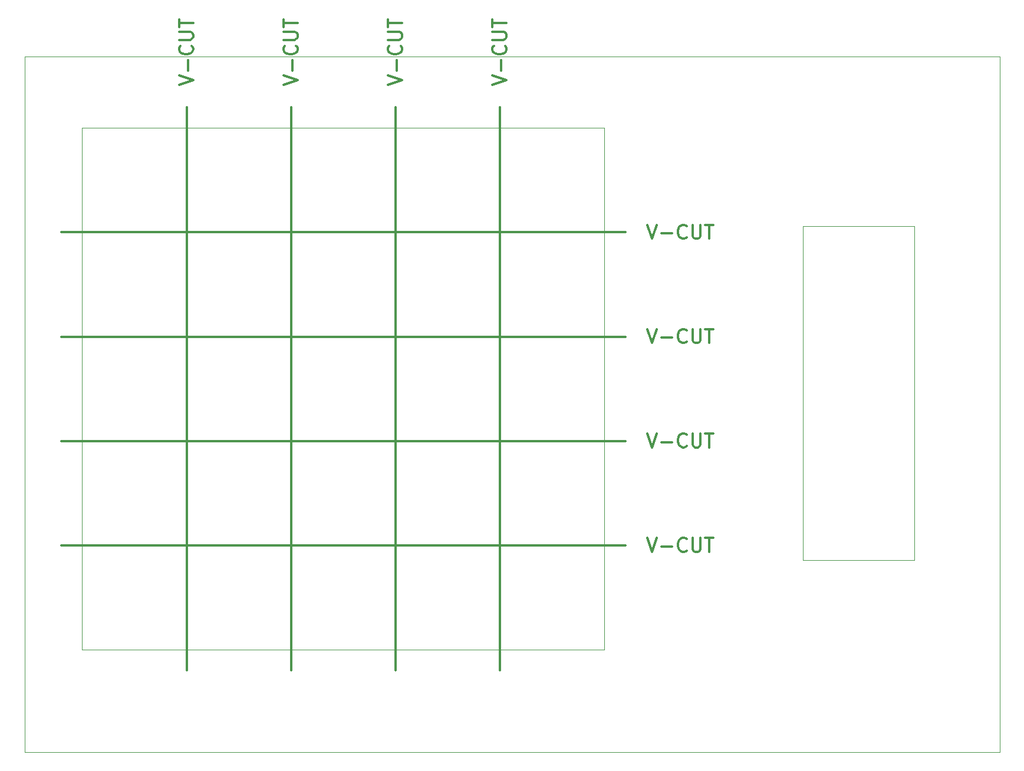
<source format=gbr>
%TF.GenerationSoftware,KiCad,Pcbnew,7.0.1*%
%TF.CreationDate,2025-01-23T23:42:59-05:00*%
%TF.ProjectId,Combined_Stencil2,436f6d62-696e-4656-945f-5374656e6369,rev?*%
%TF.SameCoordinates,Original*%
%TF.FileFunction,Profile,NP*%
%FSLAX46Y46*%
G04 Gerber Fmt 4.6, Leading zero omitted, Abs format (unit mm)*
G04 Created by KiCad (PCBNEW 7.0.1) date 2025-01-23 23:42:59*
%MOMM*%
%LPD*%
G01*
G04 APERTURE LIST*
%TA.AperFunction,Profile*%
%ADD10C,0.100000*%
%TD*%
%ADD11C,0.300000*%
%TA.AperFunction,Profile*%
%ADD12C,0.300000*%
%TD*%
G04 APERTURE END LIST*
D10*
X20000000Y-20000000D02*
X160000000Y-20000000D01*
X160000000Y-120000000D01*
X20000000Y-120000000D01*
X20000000Y-20000000D01*
X131730000Y-92400000D02*
X147730000Y-92400000D01*
X147730000Y-44400000D01*
X131730000Y-44400000D01*
X131730000Y-92400000D01*
D11*
X42175238Y-24059523D02*
X44175238Y-23392857D01*
X44175238Y-23392857D02*
X42175238Y-22726190D01*
X43413333Y-22059523D02*
X43413333Y-20535714D01*
X43984761Y-18440476D02*
X44080000Y-18535714D01*
X44080000Y-18535714D02*
X44175238Y-18821428D01*
X44175238Y-18821428D02*
X44175238Y-19011904D01*
X44175238Y-19011904D02*
X44080000Y-19297619D01*
X44080000Y-19297619D02*
X43889523Y-19488095D01*
X43889523Y-19488095D02*
X43699047Y-19583333D01*
X43699047Y-19583333D02*
X43318095Y-19678571D01*
X43318095Y-19678571D02*
X43032380Y-19678571D01*
X43032380Y-19678571D02*
X42651428Y-19583333D01*
X42651428Y-19583333D02*
X42460952Y-19488095D01*
X42460952Y-19488095D02*
X42270476Y-19297619D01*
X42270476Y-19297619D02*
X42175238Y-19011904D01*
X42175238Y-19011904D02*
X42175238Y-18821428D01*
X42175238Y-18821428D02*
X42270476Y-18535714D01*
X42270476Y-18535714D02*
X42365714Y-18440476D01*
X42175238Y-17583333D02*
X43794285Y-17583333D01*
X43794285Y-17583333D02*
X43984761Y-17488095D01*
X43984761Y-17488095D02*
X44080000Y-17392857D01*
X44080000Y-17392857D02*
X44175238Y-17202381D01*
X44175238Y-17202381D02*
X44175238Y-16821428D01*
X44175238Y-16821428D02*
X44080000Y-16630952D01*
X44080000Y-16630952D02*
X43984761Y-16535714D01*
X43984761Y-16535714D02*
X43794285Y-16440476D01*
X43794285Y-16440476D02*
X42175238Y-16440476D01*
X42175238Y-15773809D02*
X42175238Y-14630952D01*
X44175238Y-15202381D02*
X42175238Y-15202381D01*
X109440476Y-74175238D02*
X110107142Y-76175238D01*
X110107142Y-76175238D02*
X110773809Y-74175238D01*
X111440476Y-75413333D02*
X112964286Y-75413333D01*
X115059523Y-75984761D02*
X114964285Y-76080000D01*
X114964285Y-76080000D02*
X114678571Y-76175238D01*
X114678571Y-76175238D02*
X114488095Y-76175238D01*
X114488095Y-76175238D02*
X114202380Y-76080000D01*
X114202380Y-76080000D02*
X114011904Y-75889523D01*
X114011904Y-75889523D02*
X113916666Y-75699047D01*
X113916666Y-75699047D02*
X113821428Y-75318095D01*
X113821428Y-75318095D02*
X113821428Y-75032380D01*
X113821428Y-75032380D02*
X113916666Y-74651428D01*
X113916666Y-74651428D02*
X114011904Y-74460952D01*
X114011904Y-74460952D02*
X114202380Y-74270476D01*
X114202380Y-74270476D02*
X114488095Y-74175238D01*
X114488095Y-74175238D02*
X114678571Y-74175238D01*
X114678571Y-74175238D02*
X114964285Y-74270476D01*
X114964285Y-74270476D02*
X115059523Y-74365714D01*
X115916666Y-74175238D02*
X115916666Y-75794285D01*
X115916666Y-75794285D02*
X116011904Y-75984761D01*
X116011904Y-75984761D02*
X116107142Y-76080000D01*
X116107142Y-76080000D02*
X116297618Y-76175238D01*
X116297618Y-76175238D02*
X116678571Y-76175238D01*
X116678571Y-76175238D02*
X116869047Y-76080000D01*
X116869047Y-76080000D02*
X116964285Y-75984761D01*
X116964285Y-75984761D02*
X117059523Y-75794285D01*
X117059523Y-75794285D02*
X117059523Y-74175238D01*
X117726190Y-74175238D02*
X118869047Y-74175238D01*
X118297618Y-76175238D02*
X118297618Y-74175238D01*
X72175238Y-24059523D02*
X74175238Y-23392857D01*
X74175238Y-23392857D02*
X72175238Y-22726190D01*
X73413333Y-22059523D02*
X73413333Y-20535714D01*
X73984761Y-18440476D02*
X74080000Y-18535714D01*
X74080000Y-18535714D02*
X74175238Y-18821428D01*
X74175238Y-18821428D02*
X74175238Y-19011904D01*
X74175238Y-19011904D02*
X74080000Y-19297619D01*
X74080000Y-19297619D02*
X73889523Y-19488095D01*
X73889523Y-19488095D02*
X73699047Y-19583333D01*
X73699047Y-19583333D02*
X73318095Y-19678571D01*
X73318095Y-19678571D02*
X73032380Y-19678571D01*
X73032380Y-19678571D02*
X72651428Y-19583333D01*
X72651428Y-19583333D02*
X72460952Y-19488095D01*
X72460952Y-19488095D02*
X72270476Y-19297619D01*
X72270476Y-19297619D02*
X72175238Y-19011904D01*
X72175238Y-19011904D02*
X72175238Y-18821428D01*
X72175238Y-18821428D02*
X72270476Y-18535714D01*
X72270476Y-18535714D02*
X72365714Y-18440476D01*
X72175238Y-17583333D02*
X73794285Y-17583333D01*
X73794285Y-17583333D02*
X73984761Y-17488095D01*
X73984761Y-17488095D02*
X74080000Y-17392857D01*
X74080000Y-17392857D02*
X74175238Y-17202381D01*
X74175238Y-17202381D02*
X74175238Y-16821428D01*
X74175238Y-16821428D02*
X74080000Y-16630952D01*
X74080000Y-16630952D02*
X73984761Y-16535714D01*
X73984761Y-16535714D02*
X73794285Y-16440476D01*
X73794285Y-16440476D02*
X72175238Y-16440476D01*
X72175238Y-15773809D02*
X72175238Y-14630952D01*
X74175238Y-15202381D02*
X72175238Y-15202381D01*
X109440476Y-59175238D02*
X110107142Y-61175238D01*
X110107142Y-61175238D02*
X110773809Y-59175238D01*
X111440476Y-60413333D02*
X112964286Y-60413333D01*
X115059523Y-60984761D02*
X114964285Y-61080000D01*
X114964285Y-61080000D02*
X114678571Y-61175238D01*
X114678571Y-61175238D02*
X114488095Y-61175238D01*
X114488095Y-61175238D02*
X114202380Y-61080000D01*
X114202380Y-61080000D02*
X114011904Y-60889523D01*
X114011904Y-60889523D02*
X113916666Y-60699047D01*
X113916666Y-60699047D02*
X113821428Y-60318095D01*
X113821428Y-60318095D02*
X113821428Y-60032380D01*
X113821428Y-60032380D02*
X113916666Y-59651428D01*
X113916666Y-59651428D02*
X114011904Y-59460952D01*
X114011904Y-59460952D02*
X114202380Y-59270476D01*
X114202380Y-59270476D02*
X114488095Y-59175238D01*
X114488095Y-59175238D02*
X114678571Y-59175238D01*
X114678571Y-59175238D02*
X114964285Y-59270476D01*
X114964285Y-59270476D02*
X115059523Y-59365714D01*
X115916666Y-59175238D02*
X115916666Y-60794285D01*
X115916666Y-60794285D02*
X116011904Y-60984761D01*
X116011904Y-60984761D02*
X116107142Y-61080000D01*
X116107142Y-61080000D02*
X116297618Y-61175238D01*
X116297618Y-61175238D02*
X116678571Y-61175238D01*
X116678571Y-61175238D02*
X116869047Y-61080000D01*
X116869047Y-61080000D02*
X116964285Y-60984761D01*
X116964285Y-60984761D02*
X117059523Y-60794285D01*
X117059523Y-60794285D02*
X117059523Y-59175238D01*
X117726190Y-59175238D02*
X118869047Y-59175238D01*
X118297618Y-61175238D02*
X118297618Y-59175238D01*
X57175238Y-24059523D02*
X59175238Y-23392857D01*
X59175238Y-23392857D02*
X57175238Y-22726190D01*
X58413333Y-22059523D02*
X58413333Y-20535714D01*
X58984761Y-18440476D02*
X59080000Y-18535714D01*
X59080000Y-18535714D02*
X59175238Y-18821428D01*
X59175238Y-18821428D02*
X59175238Y-19011904D01*
X59175238Y-19011904D02*
X59080000Y-19297619D01*
X59080000Y-19297619D02*
X58889523Y-19488095D01*
X58889523Y-19488095D02*
X58699047Y-19583333D01*
X58699047Y-19583333D02*
X58318095Y-19678571D01*
X58318095Y-19678571D02*
X58032380Y-19678571D01*
X58032380Y-19678571D02*
X57651428Y-19583333D01*
X57651428Y-19583333D02*
X57460952Y-19488095D01*
X57460952Y-19488095D02*
X57270476Y-19297619D01*
X57270476Y-19297619D02*
X57175238Y-19011904D01*
X57175238Y-19011904D02*
X57175238Y-18821428D01*
X57175238Y-18821428D02*
X57270476Y-18535714D01*
X57270476Y-18535714D02*
X57365714Y-18440476D01*
X57175238Y-17583333D02*
X58794285Y-17583333D01*
X58794285Y-17583333D02*
X58984761Y-17488095D01*
X58984761Y-17488095D02*
X59080000Y-17392857D01*
X59080000Y-17392857D02*
X59175238Y-17202381D01*
X59175238Y-17202381D02*
X59175238Y-16821428D01*
X59175238Y-16821428D02*
X59080000Y-16630952D01*
X59080000Y-16630952D02*
X58984761Y-16535714D01*
X58984761Y-16535714D02*
X58794285Y-16440476D01*
X58794285Y-16440476D02*
X57175238Y-16440476D01*
X57175238Y-15773809D02*
X57175238Y-14630952D01*
X59175238Y-15202381D02*
X57175238Y-15202381D01*
X109440476Y-44175238D02*
X110107142Y-46175238D01*
X110107142Y-46175238D02*
X110773809Y-44175238D01*
X111440476Y-45413333D02*
X112964286Y-45413333D01*
X115059523Y-45984761D02*
X114964285Y-46080000D01*
X114964285Y-46080000D02*
X114678571Y-46175238D01*
X114678571Y-46175238D02*
X114488095Y-46175238D01*
X114488095Y-46175238D02*
X114202380Y-46080000D01*
X114202380Y-46080000D02*
X114011904Y-45889523D01*
X114011904Y-45889523D02*
X113916666Y-45699047D01*
X113916666Y-45699047D02*
X113821428Y-45318095D01*
X113821428Y-45318095D02*
X113821428Y-45032380D01*
X113821428Y-45032380D02*
X113916666Y-44651428D01*
X113916666Y-44651428D02*
X114011904Y-44460952D01*
X114011904Y-44460952D02*
X114202380Y-44270476D01*
X114202380Y-44270476D02*
X114488095Y-44175238D01*
X114488095Y-44175238D02*
X114678571Y-44175238D01*
X114678571Y-44175238D02*
X114964285Y-44270476D01*
X114964285Y-44270476D02*
X115059523Y-44365714D01*
X115916666Y-44175238D02*
X115916666Y-45794285D01*
X115916666Y-45794285D02*
X116011904Y-45984761D01*
X116011904Y-45984761D02*
X116107142Y-46080000D01*
X116107142Y-46080000D02*
X116297618Y-46175238D01*
X116297618Y-46175238D02*
X116678571Y-46175238D01*
X116678571Y-46175238D02*
X116869047Y-46080000D01*
X116869047Y-46080000D02*
X116964285Y-45984761D01*
X116964285Y-45984761D02*
X117059523Y-45794285D01*
X117059523Y-45794285D02*
X117059523Y-44175238D01*
X117726190Y-44175238D02*
X118869047Y-44175238D01*
X118297618Y-46175238D02*
X118297618Y-44175238D01*
X87175238Y-24059523D02*
X89175238Y-23392857D01*
X89175238Y-23392857D02*
X87175238Y-22726190D01*
X88413333Y-22059523D02*
X88413333Y-20535714D01*
X88984761Y-18440476D02*
X89080000Y-18535714D01*
X89080000Y-18535714D02*
X89175238Y-18821428D01*
X89175238Y-18821428D02*
X89175238Y-19011904D01*
X89175238Y-19011904D02*
X89080000Y-19297619D01*
X89080000Y-19297619D02*
X88889523Y-19488095D01*
X88889523Y-19488095D02*
X88699047Y-19583333D01*
X88699047Y-19583333D02*
X88318095Y-19678571D01*
X88318095Y-19678571D02*
X88032380Y-19678571D01*
X88032380Y-19678571D02*
X87651428Y-19583333D01*
X87651428Y-19583333D02*
X87460952Y-19488095D01*
X87460952Y-19488095D02*
X87270476Y-19297619D01*
X87270476Y-19297619D02*
X87175238Y-19011904D01*
X87175238Y-19011904D02*
X87175238Y-18821428D01*
X87175238Y-18821428D02*
X87270476Y-18535714D01*
X87270476Y-18535714D02*
X87365714Y-18440476D01*
X87175238Y-17583333D02*
X88794285Y-17583333D01*
X88794285Y-17583333D02*
X88984761Y-17488095D01*
X88984761Y-17488095D02*
X89080000Y-17392857D01*
X89080000Y-17392857D02*
X89175238Y-17202381D01*
X89175238Y-17202381D02*
X89175238Y-16821428D01*
X89175238Y-16821428D02*
X89080000Y-16630952D01*
X89080000Y-16630952D02*
X88984761Y-16535714D01*
X88984761Y-16535714D02*
X88794285Y-16440476D01*
X88794285Y-16440476D02*
X87175238Y-16440476D01*
X87175238Y-15773809D02*
X87175238Y-14630952D01*
X89175238Y-15202381D02*
X87175238Y-15202381D01*
X109440476Y-89175238D02*
X110107142Y-91175238D01*
X110107142Y-91175238D02*
X110773809Y-89175238D01*
X111440476Y-90413333D02*
X112964286Y-90413333D01*
X115059523Y-90984761D02*
X114964285Y-91080000D01*
X114964285Y-91080000D02*
X114678571Y-91175238D01*
X114678571Y-91175238D02*
X114488095Y-91175238D01*
X114488095Y-91175238D02*
X114202380Y-91080000D01*
X114202380Y-91080000D02*
X114011904Y-90889523D01*
X114011904Y-90889523D02*
X113916666Y-90699047D01*
X113916666Y-90699047D02*
X113821428Y-90318095D01*
X113821428Y-90318095D02*
X113821428Y-90032380D01*
X113821428Y-90032380D02*
X113916666Y-89651428D01*
X113916666Y-89651428D02*
X114011904Y-89460952D01*
X114011904Y-89460952D02*
X114202380Y-89270476D01*
X114202380Y-89270476D02*
X114488095Y-89175238D01*
X114488095Y-89175238D02*
X114678571Y-89175238D01*
X114678571Y-89175238D02*
X114964285Y-89270476D01*
X114964285Y-89270476D02*
X115059523Y-89365714D01*
X115916666Y-89175238D02*
X115916666Y-90794285D01*
X115916666Y-90794285D02*
X116011904Y-90984761D01*
X116011904Y-90984761D02*
X116107142Y-91080000D01*
X116107142Y-91080000D02*
X116297618Y-91175238D01*
X116297618Y-91175238D02*
X116678571Y-91175238D01*
X116678571Y-91175238D02*
X116869047Y-91080000D01*
X116869047Y-91080000D02*
X116964285Y-90984761D01*
X116964285Y-90984761D02*
X117059523Y-90794285D01*
X117059523Y-90794285D02*
X117059523Y-89175238D01*
X117726190Y-89175238D02*
X118869047Y-89175238D01*
X118297618Y-91175238D02*
X118297618Y-89175238D01*
D10*
X103249729Y-105248754D02*
X103249999Y-105237752D01*
X28251245Y-105249729D02*
X28262247Y-105249999D01*
X28262247Y-30250000D02*
X28251245Y-30250270D01*
X28262272Y-105250000D02*
X103237727Y-105250000D01*
X28250270Y-30251245D02*
X28250000Y-30262247D01*
X103250000Y-105237727D02*
X103250000Y-30262272D01*
X28250000Y-30262272D02*
X28250000Y-105237727D01*
D12*
X25250000Y-45250000D02*
X106250000Y-45250000D01*
D10*
X103249999Y-30262247D02*
X103249729Y-30251245D01*
X103237752Y-105249999D02*
X103248754Y-105249729D01*
D12*
X25250000Y-60250000D02*
X106250000Y-60250000D01*
D10*
X28250000Y-105237752D02*
X28250270Y-105248754D01*
D12*
X25250000Y-75250000D02*
X106250000Y-75250000D01*
D10*
X103237727Y-30250000D02*
X28262272Y-30250000D01*
X103248754Y-30250270D02*
X103237752Y-30250000D01*
D12*
X25250000Y-90250000D02*
X106250000Y-90250000D01*
X43250000Y-27250000D02*
X43250000Y-108250000D01*
X73250000Y-27250000D02*
X73250000Y-108250000D01*
X58250000Y-27250000D02*
X58250000Y-108250000D01*
X88250000Y-27250000D02*
X88250000Y-108250000D01*
M02*

</source>
